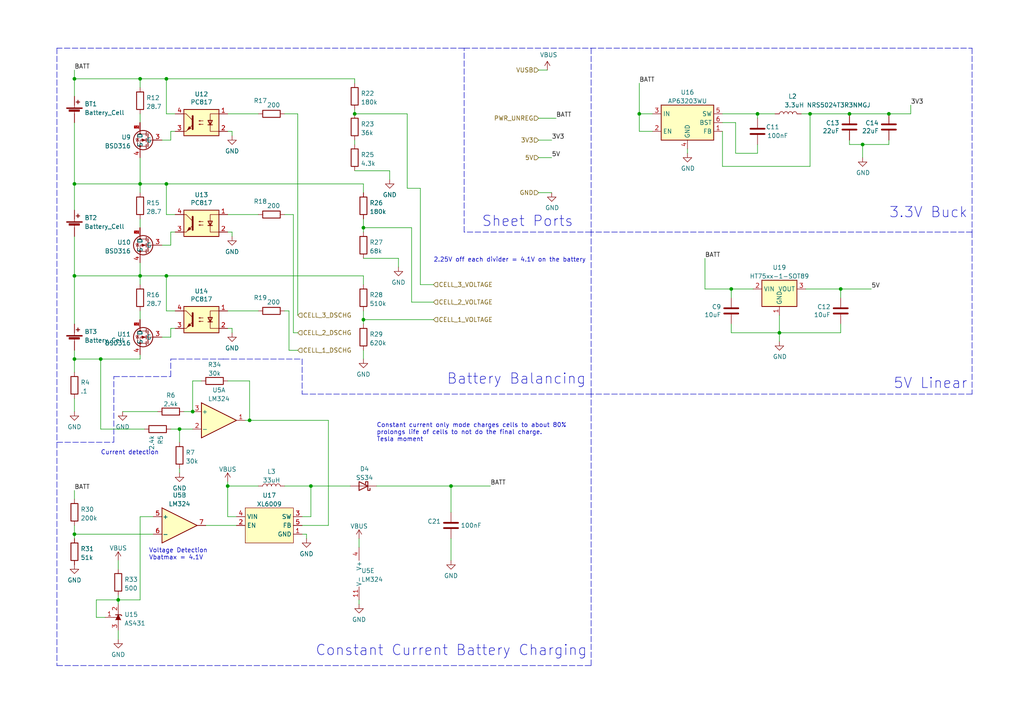
<source format=kicad_sch>
(kicad_sch (version 20211123) (generator eeschema)
  (paper "A4")
  (title_block (title "Power Managment") (date "2022-03-18") (comment 1 "Engineer/Draftsman: Joesphan Lu"))
  (lib_symbols
    (symbol "1KicadLib:AS431"
      (property "Reference" "U" (at -5.08 -3.81 0))
      (property "Value" "AS431" (at -7.62 6.35 0))
      (symbol "AS431_0_1"
        (polyline (pts (xy -0.762 -0.762) (xy 0 0.762) (xy 0.762 -0.762)) (fill (type outline)))
        (polyline (pts (xy 0 -1.27) (xy 0 0) (xy 0 1.27)))
        (polyline (pts (xy 1.016 0.508) (xy 0.762 0.762) (xy -0.762 0.762) (xy -0.762 0.762)) (stroke (width 0.254)))
      )
      (symbol "AS431_1_1"
        (polyline (pts (xy -1.27 0) (xy 0 0)))
        (pin passive line (at -3.81 0 0) (length 2.54) (name "") (number "1"))
        (pin passive line (at 0 3.81 270) (length 2.54) (name "") (number "2"))
        (pin passive line (at 0 -3.81 90) (length 2.54) (name "") (number "3"))
      )
    )
    (symbol "1KicadLib:BSD316"
      (property "Reference" "U" (at -5.08 -3.81 0))
      (property "Value" "BSD316" (at -7.62 6.35 0))
      (symbol "BSD316_0_1"
        (circle (center -0.889 0) (radius 2.794) (stroke (width 0.254)))
        (circle (center 0 -1.778) (radius 0.254) (fill (type outline)))
        (polyline (pts (xy -2.286 0) (xy -5.08 0)))
        (polyline (pts (xy -2.286 1.905) (xy -2.286 -1.905)) (stroke (width 0.254)))
        (polyline (pts (xy -1.778 -1.27) (xy -1.778 -2.286)) (stroke (width 0.254)))
        (polyline (pts (xy -1.778 0.508) (xy -1.778 -0.508)) (stroke (width 0.254)))
        (polyline (pts (xy -1.778 2.286) (xy -1.778 1.27)) (stroke (width 0.254)))
        (polyline (pts (xy 0 2.54) (xy 0 1.778)))
        (polyline (pts (xy 0 -2.54) (xy 0 0) (xy -1.778 0)))
        (polyline (pts (xy -1.778 -1.778) (xy 0.762 -1.778) (xy 0.762 1.778) (xy -1.778 1.778)))
        (polyline (pts (xy -1.524 0) (xy -0.508 0.381) (xy -0.508 -0.381) (xy -1.524 0)) (fill (type outline)))
        (polyline (pts (xy 0.254 0.508) (xy 0.381 0.381) (xy 1.143 0.381) (xy 1.27 0.254)))
        (polyline (pts (xy 0.762 0.381) (xy 0.381 -0.254) (xy 1.143 -0.254) (xy 0.762 0.381)))
        (circle (center 0 1.778) (radius 0.254) (fill (type outline)))
      )
      (symbol "BSD316_1_1"
        (pin passive line (at 0 5.08 270) (length 2.54) (name "D") (number "1"))
        (pin passive line (at 0 5.08 270) (length 2.54) (name "D") (number "2"))
        (pin input line (at -6.35 0 0) (length 2.54) (name "G") (number "3"))
        (pin passive line (at 0 -5.08 90) (length 2.54) (name "S") (number "4"))
        (pin passive line (at 0 5.08 270) (length 2.54) (name "D") (number "5"))
        (pin passive line (at 0 5.08 270) (length 2.54) (name "D") (number "6"))
      )
    )
    (symbol "1KicadLib:XL6009"
      (property "Reference" "U" (at -3.81 -2.54 0))
      (property "Value" "XL6009" (at 1.27 10.16 0))
      (symbol "XL6009_0_1"
        (rectangle (start -6.35 8.89) (end 7.62 -1.27) (stroke (width 0.1524)) (fill (type background)))
      )
      (symbol "XL6009_1_1"
        (pin input line (at 10.16 1.27 180) (length 2.54) (name "GND") (number "1"))
        (pin input line (at -8.89 3.81 0) (length 2.54) (name "EN") (number "2"))
        (pin input line (at 10.16 6.35 180) (length 2.54) (name "SW") (number "3"))
        (pin input line (at -8.89 6.35 0) (length 2.54) (name "VIN") (number "4"))
        (pin input line (at 10.16 3.81 180) (length 2.54) (name "FB") (number "5"))
      )
    )
    (symbol "Amplifier_Operational:LM324" (pin_names (offset 0.127))
      (property "Reference" "U" (at 0 5.08 0))
      (property "Value" "LM324" (at 0 -5.08 0))
      (symbol "LM324_1_1"
        (polyline (pts (xy -5.08 5.08) (xy 5.08 0) (xy -5.08 -5.08) (xy -5.08 5.08)) (stroke (width 0.254)) (fill (type background)))
        (pin output line (at 7.62 0 180) (length 2.54) (name "~") (number "1"))
        (pin input line (at -7.62 -2.54 0) (length 2.54) (name "-") (number "2"))
        (pin input line (at -7.62 2.54 0) (length 2.54) (name "+") (number "3"))
      )
      (symbol "LM324_2_1"
        (polyline (pts (xy -5.08 5.08) (xy 5.08 0) (xy -5.08 -5.08) (xy -5.08 5.08)) (stroke (width 0.254)) (fill (type background)))
        (pin input line (at -7.62 2.54 0) (length 2.54) (name "+") (number "5"))
        (pin input line (at -7.62 -2.54 0) (length 2.54) (name "-") (number "6"))
        (pin output line (at 7.62 0 180) (length 2.54) (name "~") (number "7"))
      )
      (symbol "LM324_3_1"
        (polyline (pts (xy -5.08 5.08) (xy 5.08 0) (xy -5.08 -5.08) (xy -5.08 5.08)) (stroke (width 0.254)) (fill (type background)))
        (pin input line (at -7.62 2.54 0) (length 2.54) (name "+") (number "10"))
        (pin output line (at 7.62 0 180) (length 2.54) (name "~") (number "8"))
        (pin input line (at -7.62 -2.54 0) (length 2.54) (name "-") (number "9"))
      )
      (symbol "LM324_4_1"
        (polyline (pts (xy -5.08 5.08) (xy 5.08 0) (xy -5.08 -5.08) (xy -5.08 5.08)) (stroke (width 0.254)) (fill (type background)))
        (pin input line (at -7.62 2.54 0) (length 2.54) (name "+") (number "12"))
        (pin input line (at -7.62 -2.54 0) (length 2.54) (name "-") (number "13"))
        (pin output line (at 7.62 0 180) (length 2.54) (name "~") (number "14"))
      )
      (symbol "LM324_5_1"
        (pin power_in line (at -2.54 -7.62 90) (length 3.81) (name "V-") (number "11"))
        (pin power_in line (at -2.54 7.62 270) (length 3.81) (name "V+") (number "4"))
      )
    )
    (symbol "Device:Battery_Cell" (pin_numbers hide) (pin_names (offset 0) hide)
      (property "Reference" "BT" (at 2.54 2.54 0))
      (property "Value" "Battery_Cell" (at 2.54 0 0))
      (symbol "Battery_Cell_0_1"
        (rectangle (start -2.286 1.778) (end 2.286 1.524) (fill (type outline)))
        (rectangle (start -1.5748 1.1938) (end 1.4732 0.6858) (fill (type outline)))
        (polyline (pts (xy 0 0.762) (xy 0 0)))
        (polyline (pts (xy 0 1.778) (xy 0 2.54)))
        (polyline (pts (xy 0.508 3.429) (xy 1.524 3.429)) (stroke (width 0.254)))
        (polyline (pts (xy 1.016 3.937) (xy 1.016 2.921)) (stroke (width 0.254)))
      )
      (symbol "Battery_Cell_1_1"
        (pin passive line (at 0 5.08 270) (length 2.54) (name "+") (number "1"))
        (pin passive line (at 0 -2.54 90) (length 2.54) (name "-") (number "2"))
      )
    )
    (symbol "Device:C" (pin_numbers hide) (pin_names (offset 0.254))
      (property "Reference" "C" (at 0.635 2.54 0))
      (property "Value" "C" (at 0.635 -2.54 0))
      (symbol "C_0_1"
        (polyline (pts (xy -2.032 -0.762) (xy 2.032 -0.762)) (stroke (width 0.508)))
        (polyline (pts (xy -2.032 0.762) (xy 2.032 0.762)) (stroke (width 0.508)))
      )
      (symbol "C_1_1"
        (pin passive line (at 0 3.81 270) (length 2.794) (name "~") (number "1"))
        (pin passive line (at 0 -3.81 90) (length 2.794) (name "~") (number "2"))
      )
    )
    (symbol "Device:D_Schottky" (pin_numbers hide) (pin_names (offset 1.016) hide)
      (property "Reference" "D" (at 0 2.54 0))
      (property "Value" "D_Schottky" (at 0 -2.54 0))
      (symbol "D_Schottky_0_1"
        (polyline (pts (xy 1.27 0) (xy -1.27 0)))
        (polyline (pts (xy 1.27 1.27) (xy 1.27 -1.27) (xy -1.27 0) (xy 1.27 1.27)) (stroke (width 0.254)))
        (polyline (pts (xy -1.905 0.635) (xy -1.905 1.27) (xy -1.27 1.27) (xy -1.27 -1.27) (xy -0.635 -1.27) (xy -0.635 -0.635)) (stroke (width 0.254)))
      )
      (symbol "D_Schottky_1_1"
        (pin passive line (at -3.81 0 0) (length 2.54) (name "K") (number "1"))
        (pin passive line (at 3.81 0 180) (length 2.54) (name "A") (number "2"))
      )
    )
    (symbol "Device:L" (pin_numbers hide) (pin_names (offset 1.016) hide)
      (property "Reference" "L" (at -1.27 0 90))
      (property "Value" "L" (at 1.905 0 90))
      (symbol "L_0_1"
        (arc (start 0 -2.54) (mid 0.635 -1.905) (end 0 -1.27))
        (arc (start 0 -1.27) (mid 0.635 -0.635) (end 0 0))
        (arc (start 0 0) (mid 0.635 0.635) (end 0 1.27))
        (arc (start 0 1.27) (mid 0.635 1.905) (end 0 2.54))
      )
      (symbol "L_1_1"
        (pin passive line (at 0 3.81 270) (length 1.27) (name "1") (number "1"))
        (pin passive line (at 0 -3.81 90) (length 1.27) (name "2") (number "2"))
      )
    )
    (symbol "Device:R" (pin_numbers hide) (pin_names (offset 0))
      (property "Reference" "R" (at 2.032 0 90))
      (property "Value" "R" (at 0 0 90))
      (symbol "R_0_1"
        (rectangle (start -1.016 -2.54) (end 1.016 2.54) (stroke (width 0.254)))
      )
      (symbol "R_1_1"
        (pin passive line (at 0 3.81 270) (length 1.27) (name "~") (number "1"))
        (pin passive line (at 0 -3.81 90) (length 1.27) (name "~") (number "2"))
      )
    )
    (symbol "Isolator:PC817" (pin_names (offset 1.016))
      (property "Reference" "U" (at -5.08 5.08 0))
      (property "Value" "PC817" (at 0 5.08 0))
      (symbol "PC817_0_1"
        (rectangle (start -5.08 3.81) (end 5.08 -3.81) (stroke (width 0.254)) (fill (type background)))
        (polyline (pts (xy -3.175 -0.635) (xy -1.905 -0.635)) (stroke (width 0.254)))
        (polyline (pts (xy 2.54 0.635) (xy 4.445 2.54)))
        (polyline (pts (xy 4.445 -2.54) (xy 2.54 -0.635)) (fill (type outline)))
        (polyline (pts (xy 4.445 -2.54) (xy 5.08 -2.54)))
        (polyline (pts (xy 4.445 2.54) (xy 5.08 2.54)))
        (polyline (pts (xy -5.08 2.54) (xy -2.54 2.54) (xy -2.54 -0.635)))
        (polyline (pts (xy -2.54 -0.635) (xy -2.54 -2.54) (xy -5.08 -2.54)))
        (polyline (pts (xy 2.54 1.905) (xy 2.54 -1.905) (xy 2.54 -1.905)) (stroke (width 0.508)))
        (polyline (pts (xy -2.54 -0.635) (xy -3.175 0.635) (xy -1.905 0.635) (xy -2.54 -0.635)) (stroke (width 0.254)))
        (polyline (pts (xy -0.508 -0.508) (xy 0.762 -0.508) (xy 0.381 -0.635) (xy 0.381 -0.381) (xy 0.762 -0.508)))
        (polyline (pts (xy -0.508 0.508) (xy 0.762 0.508) (xy 0.381 0.381) (xy 0.381 0.635) (xy 0.762 0.508)))
        (polyline (pts (xy 3.048 -1.651) (xy 3.556 -1.143) (xy 4.064 -2.159) (xy 3.048 -1.651) (xy 3.048 -1.651)) (fill (type outline)))
      )
      (symbol "PC817_1_1"
        (pin passive line (at -7.62 2.54 0) (length 2.54) (name "~") (number "1"))
        (pin passive line (at -7.62 -2.54 0) (length 2.54) (name "~") (number "2"))
        (pin passive line (at 7.62 -2.54 180) (length 2.54) (name "~") (number "3"))
        (pin passive line (at 7.62 2.54 180) (length 2.54) (name "~") (number "4"))
      )
    )
    (symbol "Regulator_Linear:HT75xx-1-SOT89"
      (property "Reference" "U" (at -5.08 -3.81 0))
      (property "Value" "HT75xx-1-SOT89" (at 0 6.35 0))
      (symbol "HT75xx-1-SOT89_0_1"
        (rectangle (start -5.08 5.08) (end 5.08 -2.54) (stroke (width 0.254)) (fill (type background)))
      )
      (symbol "HT75xx-1-SOT89_1_1"
        (pin power_in line (at 0 -5.08 90) (length 2.54) (name "GND") (number "1"))
        (pin power_in line (at -7.62 2.54 0) (length 2.54) (name "VIN") (number "2"))
        (pin power_out line (at 7.62 2.54 180) (length 2.54) (name "VOUT") (number "3"))
      )
    )
    (symbol "Regulator_Switching:AP63203WU"
      (property "Reference" "U" (at -7.62 6.35 0))
      (property "Value" "AP63203WU" (at 2.54 6.35 0))
      (symbol "AP63203WU_0_1"
        (rectangle (start -7.62 5.08) (end 7.62 -5.08) (stroke (width 0.254)) (fill (type background)))
      )
      (symbol "AP63203WU_1_1"
        (pin input line (at 10.16 -2.54 180) (length 2.54) (name "FB") (number "1"))
        (pin input line (at -10.16 -2.54 0) (length 2.54) (name "EN") (number "2"))
        (pin power_in line (at -10.16 2.54 0) (length 2.54) (name "IN") (number "3"))
        (pin power_in line (at 0 -7.62 90) (length 2.54) (name "GND") (number "4"))
        (pin output line (at 10.16 2.54 180) (length 2.54) (name "SW") (number "5"))
        (pin passive line (at 10.16 0 180) (length 2.54) (name "BST") (number "6"))
      )
    )
    (symbol "power:GND" (power) (pin_names (offset 0))
      (property "Value" "GND" (at 0 -3.81 0))
      (symbol "GND_0_1"
        (polyline (pts (xy 0 0) (xy 0 -1.27) (xy 1.27 -1.27) (xy 0 -2.54) (xy -1.27 -1.27) (xy 0 -1.27)))
      )
      (symbol "GND_1_1"
        (pin power_in line (at 0 0 270) (length 0) hide (name "GND") (number "1"))
      )
    )
    (symbol "power:VBUS" (power) (pin_names (offset 0))
      (property "Value" "VBUS" (at 0 3.81 0))
      (symbol "VBUS_0_1"
        (polyline (pts (xy -0.762 1.27) (xy 0 2.54)))
        (polyline (pts (xy 0 0) (xy 0 2.54)))
        (polyline (pts (xy 0 2.54) (xy 0.762 1.27)))
      )
      (symbol "VBUS_1_1"
        (pin power_in line (at 0 0 90) (length 0) hide (name "VBUS") (number "1"))
      )
    )
  )
  (junction (at 48.26 80.01))
  (junction (at 105.41 92.71))
  (junction (at 21.59 104.14))
  (junction (at 21.59 22.86))
  (junction (at 40.64 80.01))
  (junction (at 55.88 119.38))
  (junction (at 243.84 83.82))
  (junction (at 29.21 104.14))
  (junction (at 40.64 22.86))
  (junction (at 105.41 66.04))
  (junction (at 21.59 53.34))
  (junction (at 40.64 53.34))
  (junction (at 219.71 33.02))
  (junction (at 234.95 33.02))
  (junction (at 48.26 53.34))
  (junction (at 48.26 22.86))
  (junction (at 34.29 173.99))
  (junction (at 66.04 140.97))
  (junction (at 246.38 33.02))
  (junction (at 72.39 121.92))
  (junction (at 90.17 140.97))
  (junction (at 212.09 83.82))
  (junction (at 21.59 80.01))
  (junction (at 185.42 33.02))
  (junction (at 130.81 140.97))
  (junction (at 226.06 96.52))
  (junction (at 21.59 154.94))
  (junction (at 257.81 33.02))
  (junction (at 52.07 124.46))
  (junction (at 102.87 33.02))
  (junction (at 250.19 41.91))
  (wire (pts (xy 243.84 83.82) (xy 233.68 83.82)))
  (wire (pts (xy 40.64 104.14) (xy 40.64 102.87)))
  (wire (pts (xy 40.64 22.86) (xy 21.59 22.86)))
  (wire (pts (xy 88.9 154.94) (xy 87.63 154.94)))
  (wire (pts (xy 34.29 182.88) (xy 34.29 185.42)))
  (wire (pts (xy 209.55 48.26) (xy 234.95 48.26)))
  (wire (pts (xy 105.41 80.01) (xy 105.41 82.55)))
  (polyline (pts (xy 281.94 13.97) (xy 281.94 67.31)))
  (wire (pts (xy 105.41 92.71) (xy 105.41 93.98)))
  (wire (pts (xy 264.16 33.02) (xy 257.81 33.02)))
  (wire (pts (xy 40.64 149.86) (xy 40.64 173.99)))
  (wire (pts (xy 21.59 115.57) (xy 21.59 119.38)))
  (wire (pts (xy 83.82 90.17) (xy 82.55 90.17)))
  (wire (pts (xy 204.47 74.93) (xy 204.47 83.82)))
  (wire (pts (xy 160.02 55.88) (xy 156.21 55.88)))
  (wire (pts (xy 21.59 104.14) (xy 21.59 107.95)))
  (wire (pts (xy 40.64 80.01) (xy 21.59 80.01)))
  (wire (pts (xy 199.39 43.18) (xy 199.39 44.45)))
  (wire (pts (xy 40.64 53.34) (xy 21.59 53.34)))
  (wire (pts (xy 58.42 110.49) (xy 55.88 110.49)))
  (wire (pts (xy 212.09 96.52) (xy 226.06 96.52)))
  (wire (pts (xy 105.41 63.5) (xy 105.41 66.04)))
  (wire (pts (xy 48.26 80.01) (xy 105.41 80.01)))
  (wire (pts (xy 35.56 119.38) (xy 45.72 119.38)))
  (wire (pts (xy 40.64 76.2) (xy 40.64 80.01)))
  (polyline (pts (xy 16.51 128.27) (xy 16.51 193.04)))
  (wire (pts (xy 21.59 53.34) (xy 21.59 60.96)))
  (polyline (pts (xy 64.77 104.14) (xy 64.77 104.14)))
  (wire (pts (xy 234.95 33.02) (xy 234.95 48.26)))
  (wire (pts (xy 21.59 22.86) (xy 21.59 27.94)))
  (wire (pts (xy 130.81 140.97) (xy 142.24 140.97)))
  (wire (pts (xy 21.59 80.01) (xy 21.59 93.98)))
  (wire (pts (xy 105.41 92.71) (xy 125.73 92.71)))
  (wire (pts (xy 121.92 54.61) (xy 118.11 54.61)))
  (wire (pts (xy 213.36 44.45) (xy 213.36 35.56)))
  (polyline (pts (xy 134.62 13.97) (xy 16.51 13.97)))
  (wire (pts (xy 88.9 156.21) (xy 88.9 154.94)))
  (wire (pts (xy 40.64 45.72) (xy 40.64 53.34)))
  (wire (pts (xy 104.14 175.26) (xy 104.14 173.99)))
  (wire (pts (xy 257.81 40.64) (xy 257.81 41.91)))
  (wire (pts (xy 48.26 90.17) (xy 50.8 90.17)))
  (wire (pts (xy 125.73 82.55) (xy 121.92 82.55)))
  (wire (pts (xy 185.42 33.02) (xy 189.23 33.02)))
  (wire (pts (xy 226.06 96.52) (xy 226.06 99.06)))
  (wire (pts (xy 67.31 96.52) (xy 67.31 95.25)))
  (wire (pts (xy 226.06 96.52) (xy 226.06 91.44)))
  (polyline (pts (xy 171.45 67.31) (xy 134.62 67.31)))
  (wire (pts (xy 257.81 41.91) (xy 250.19 41.91)))
  (wire (pts (xy 95.25 121.92) (xy 72.39 121.92)))
  (wire (pts (xy 40.64 25.4) (xy 40.64 22.86)))
  (wire (pts (xy 52.07 124.46) (xy 49.53 124.46)))
  (wire (pts (xy 40.64 80.01) (xy 48.26 80.01)))
  (wire (pts (xy 246.38 41.91) (xy 250.19 41.91)))
  (wire (pts (xy 40.64 82.55) (xy 40.64 80.01)))
  (wire (pts (xy 66.04 90.17) (xy 74.93 90.17)))
  (wire (pts (xy 50.8 67.31) (xy 49.53 67.31)))
  (wire (pts (xy 234.95 33.02) (xy 232.41 33.02)))
  (wire (pts (xy 102.87 33.02) (xy 118.11 33.02)))
  (polyline (pts (xy 87.63 114.3) (xy 171.45 114.3)))
  (wire (pts (xy 55.88 124.46) (xy 52.07 124.46)))
  (wire (pts (xy 67.31 39.37) (xy 67.31 38.1)))
  (wire (pts (xy 90.17 149.86) (xy 87.63 149.86)))
  (wire (pts (xy 102.87 31.75) (xy 102.87 33.02)))
  (polyline (pts (xy 16.51 128.27) (xy 33.02 128.27)))
  (wire (pts (xy 52.07 135.89) (xy 52.07 137.16)))
  (wire (pts (xy 158.75 20.32) (xy 156.21 20.32)))
  (wire (pts (xy 48.26 33.02) (xy 50.8 33.02)))
  (polyline (pts (xy 171.45 193.04) (xy 171.45 114.3)))
  (wire (pts (xy 46.99 71.12) (xy 49.53 71.12)))
  (wire (pts (xy 86.36 101.6) (xy 83.82 101.6)))
  (wire (pts (xy 67.31 67.31) (xy 66.04 67.31)))
  (wire (pts (xy 243.84 86.36) (xy 243.84 83.82)))
  (wire (pts (xy 53.34 119.38) (xy 55.88 119.38)))
  (wire (pts (xy 40.64 173.99) (xy 34.29 173.99)))
  (wire (pts (xy 212.09 86.36) (xy 212.09 83.82)))
  (wire (pts (xy 67.31 38.1) (xy 66.04 38.1)))
  (wire (pts (xy 29.21 104.14) (xy 40.64 104.14)))
  (wire (pts (xy 49.53 97.79) (xy 46.99 97.79)))
  (wire (pts (xy 40.64 22.86) (xy 48.26 22.86)))
  (wire (pts (xy 46.99 40.64) (xy 49.53 40.64)))
  (polyline (pts (xy 64.77 104.14) (xy 87.63 104.14)))
  (wire (pts (xy 40.64 33.02) (xy 40.64 35.56)))
  (wire (pts (xy 29.21 104.14) (xy 29.21 124.46)))
  (wire (pts (xy 85.09 96.52) (xy 86.36 96.52)))
  (wire (pts (xy 66.04 62.23) (xy 74.93 62.23)))
  (wire (pts (xy 156.21 45.72) (xy 160.02 45.72)))
  (polyline (pts (xy 16.51 13.97) (xy 16.51 128.27)))
  (wire (pts (xy 82.55 33.02) (xy 86.36 33.02)))
  (wire (pts (xy 49.53 38.1) (xy 49.53 40.64)))
  (wire (pts (xy 130.81 148.59) (xy 130.81 140.97)))
  (wire (pts (xy 48.26 22.86) (xy 102.87 22.86)))
  (wire (pts (xy 34.29 172.72) (xy 34.29 173.99)))
  (wire (pts (xy 185.42 24.13) (xy 185.42 33.02)))
  (wire (pts (xy 66.04 140.97) (xy 66.04 149.86)))
  (wire (pts (xy 66.04 149.86) (xy 68.58 149.86)))
  (wire (pts (xy 48.26 22.86) (xy 48.26 33.02)))
  (wire (pts (xy 66.04 110.49) (xy 72.39 110.49)))
  (wire (pts (xy 109.22 140.97) (xy 130.81 140.97)))
  (wire (pts (xy 72.39 121.92) (xy 71.12 121.92)))
  (wire (pts (xy 95.25 152.4) (xy 95.25 121.92)))
  (wire (pts (xy 90.17 140.97) (xy 101.6 140.97)))
  (polyline (pts (xy 281.94 67.31) (xy 281.94 114.3)))
  (wire (pts (xy 21.59 154.94) (xy 21.59 156.21)))
  (wire (pts (xy 34.29 173.99) (xy 34.29 175.26)))
  (wire (pts (xy 219.71 41.91) (xy 219.71 44.45)))
  (wire (pts (xy 246.38 40.64) (xy 246.38 41.91)))
  (wire (pts (xy 40.64 149.86) (xy 44.45 149.86)))
  (wire (pts (xy 113.03 49.53) (xy 113.03 52.07)))
  (polyline (pts (xy 49.53 104.14) (xy 64.77 104.14)))
  (wire (pts (xy 21.59 142.24) (xy 21.59 144.78)))
  (wire (pts (xy 105.41 90.17) (xy 105.41 92.71)))
  (wire (pts (xy 212.09 93.98) (xy 212.09 96.52)))
  (wire (pts (xy 90.17 140.97) (xy 82.55 140.97)))
  (wire (pts (xy 219.71 33.02) (xy 219.71 34.29)))
  (wire (pts (xy 34.29 162.56) (xy 34.29 165.1)))
  (wire (pts (xy 209.55 33.02) (xy 219.71 33.02)))
  (wire (pts (xy 66.04 140.97) (xy 74.93 140.97)))
  (wire (pts (xy 130.81 156.21) (xy 130.81 162.56)))
  (wire (pts (xy 102.87 40.64) (xy 102.87 41.91)))
  (polyline (pts (xy 171.45 13.97) (xy 171.45 67.31)))
  (wire (pts (xy 40.64 63.5) (xy 40.64 66.04)))
  (wire (pts (xy 115.57 74.93) (xy 115.57 77.47)))
  (wire (pts (xy 105.41 53.34) (xy 105.41 55.88)))
  (wire (pts (xy 41.91 124.46) (xy 29.21 124.46)))
  (wire (pts (xy 118.11 54.61) (xy 118.11 33.02)))
  (wire (pts (xy 90.17 149.86) (xy 90.17 140.97)))
  (wire (pts (xy 160.02 40.64) (xy 156.21 40.64)))
  (polyline (pts (xy 16.51 193.04) (xy 171.45 193.04)))
  (wire (pts (xy 48.26 80.01) (xy 48.26 90.17)))
  (wire (pts (xy 40.64 55.88) (xy 40.64 53.34)))
  (wire (pts (xy 104.14 156.21) (xy 104.14 158.75)))
  (wire (pts (xy 21.59 152.4) (xy 21.59 154.94)))
  (wire (pts (xy 27.94 179.07) (xy 27.94 173.99)))
  (wire (pts (xy 119.38 66.04) (xy 119.38 87.63)))
  (wire (pts (xy 48.26 62.23) (xy 50.8 62.23)))
  (wire (pts (xy 219.71 33.02) (xy 224.79 33.02)))
  (wire (pts (xy 102.87 24.13) (xy 102.87 22.86)))
  (polyline (pts (xy 87.63 104.14) (xy 87.63 114.3)))
  (polyline (pts (xy 33.02 109.22) (xy 49.53 109.22)))
  (wire (pts (xy 21.59 154.94) (xy 44.45 154.94)))
  (wire (pts (xy 50.8 95.25) (xy 49.53 95.25)))
  (wire (pts (xy 49.53 95.25) (xy 49.53 97.79)))
  (wire (pts (xy 49.53 67.31) (xy 49.53 71.12)))
  (wire (pts (xy 40.64 90.17) (xy 40.64 92.71)))
  (wire (pts (xy 55.88 110.49) (xy 55.88 119.38)))
  (wire (pts (xy 66.04 33.02) (xy 74.93 33.02)))
  (polyline (pts (xy 49.53 109.22) (xy 49.53 104.14)))
  (wire (pts (xy 59.69 152.4) (xy 68.58 152.4)))
  (wire (pts (xy 21.59 104.14) (xy 29.21 104.14)))
  (wire (pts (xy 72.39 110.49) (xy 72.39 121.92)))
  (wire (pts (xy 156.21 34.29) (xy 161.29 34.29)))
  (wire (pts (xy 243.84 96.52) (xy 226.06 96.52)))
  (wire (pts (xy 48.26 53.34) (xy 48.26 62.23)))
  (wire (pts (xy 243.84 83.82) (xy 252.73 83.82)))
  (wire (pts (xy 113.03 49.53) (xy 102.87 49.53)))
  (polyline (pts (xy 33.02 128.27) (xy 33.02 109.22)))
  (wire (pts (xy 264.16 30.48) (xy 264.16 33.02)))
  (wire (pts (xy 21.59 101.6) (xy 21.59 104.14)))
  (wire (pts (xy 27.94 173.99) (xy 34.29 173.99)))
  (wire (pts (xy 21.59 20.32) (xy 21.59 22.86)))
  (wire (pts (xy 246.38 33.02) (xy 257.81 33.02)))
  (wire (pts (xy 83.82 101.6) (xy 83.82 90.17)))
  (wire (pts (xy 86.36 33.02) (xy 86.36 91.44)))
  (wire (pts (xy 219.71 44.45) (xy 213.36 44.45)))
  (wire (pts (xy 67.31 68.58) (xy 67.31 67.31)))
  (wire (pts (xy 243.84 93.98) (xy 243.84 96.52)))
  (wire (pts (xy 204.47 83.82) (xy 212.09 83.82)))
  (wire (pts (xy 212.09 83.82) (xy 218.44 83.82)))
  (wire (pts (xy 85.09 62.23) (xy 85.09 96.52)))
  (wire (pts (xy 48.26 53.34) (xy 105.41 53.34)))
  (polyline (pts (xy 281.94 67.31) (xy 171.45 67.31)))
  (wire (pts (xy 105.41 101.6) (xy 105.41 104.14)))
  (wire (pts (xy 82.55 62.23) (xy 85.09 62.23)))
  (wire (pts (xy 209.55 38.1) (xy 209.55 48.26)))
  (polyline (pts (xy 134.62 67.31) (xy 134.62 13.97)))
  (wire (pts (xy 115.57 74.93) (xy 105.41 74.93)))
  (wire (pts (xy 250.19 45.72) (xy 250.19 41.91)))
  (wire (pts (xy 234.95 33.02) (xy 246.38 33.02)))
  (wire (pts (xy 185.42 33.02) (xy 185.42 38.1)))
  (wire (pts (xy 52.07 124.46) (xy 52.07 128.27)))
  (wire (pts (xy 105.41 66.04) (xy 105.41 67.31)))
  (polyline (pts (xy 171.45 114.3) (xy 171.45 67.31)))
  (wire (pts (xy 189.23 38.1) (xy 185.42 38.1)))
  (wire (pts (xy 119.38 87.63) (xy 125.73 87.63)))
  (wire (pts (xy 66.04 139.7) (xy 66.04 140.97)))
  (wire (pts (xy 21.59 35.56) (xy 21.59 53.34)))
  (wire (pts (xy 67.31 95.25) (xy 66.04 95.25)))
  (polyline (pts (xy 281.94 114.3) (xy 171.45 114.3)))
  (wire (pts (xy 50.8 38.1) (xy 49.53 38.1)))
  (wire (pts (xy 30.48 179.07) (xy 27.94 179.07)))
  (wire (pts (xy 105.41 66.04) (xy 119.38 66.04)))
  (wire (pts (xy 87.63 152.4) (xy 95.25 152.4)))
  (wire (pts (xy 213.36 35.56) (xy 209.55 35.56)))
  (polyline (pts (xy 134.62 13.97) (xy 281.94 13.97)))
  (wire (pts (xy 121.92 82.55) (xy 121.92 54.61)))
  (wire (pts (xy 40.64 53.34) (xy 48.26 53.34)))
  (wire (pts (xy 21.59 68.58) (xy 21.59 80.01)))
  (text "2.25V off each divider = 4.1V on the battery" (at 125.73 76.2 0) (effects (font (size 1.27 1.27)) (justify left bottom)))
  (text "Constant current only mode charges cells to about 80%\nprolongs life of cells to not do the final charge.\nTesla moment" (at 109.22 128.27 0) (effects (font (size 1.27 1.27)) (justify left bottom)))
  (text "Sheet Ports\n" (at 139.7 66.04 0) (effects (font (size 3 3)) (justify left bottom)))
  (text "Battery Balancing" (at 129.54 111.76 0) (effects (font (size 3 3)) (justify left bottom)))
  (text "3.3V Buck" (at 257.81 63.5 0) (effects (font (size 3 3)) (justify left bottom)))
  (text "Current detection" (at 29.21 132.08 0) (effects (font (size 1.27 1.27)) (justify left bottom)))
  (text "5V Linear" (at 259.08 113.03 0) (effects (font (size 3 3)) (justify left bottom)))
  (text "Voltage Detection\nVbatmax = 4.1V" (at 43.18 162.56 0) (effects (font (size 1.27 1.27)) (justify left bottom)))
  (text "Constant Current Battery Charging" (at 91.44 190.5 0) (effects (font (size 3 3)) (justify left bottom)))
  (label "BATT" (at 21.59 20.32 0))
  (label "BATT" (at 21.59 142.24 0))
  (label "BATT" (at 142.24 140.97 0))
  (label "BATT" (at 185.42 24.13 0))
  (label "5V" (at 160.02 45.72 0))
  (label "3V3" (at 264.16 30.48 0))
  (label "BATT" (at 204.47 74.93 0))
  (label "5V" (at 252.73 83.82 0))
  (label "BATT" (at 161.29 34.29 0))
  (label "3V3" (at 160.02 40.64 0))
  (hierarchical_label "5V" (shape input) (at 156.21 45.72 180))
  (hierarchical_label "GND" (shape input) (at 156.21 55.88 180))
  (hierarchical_label "CELL_2_VOLTAGE" (shape input) (at 125.73 87.63 0))
  (hierarchical_label "CELL_3_VOLTAGE" (shape input) (at 125.73 82.55 0))
  (hierarchical_label "VUSB" (shape input) (at 156.21 20.32 180))
  (hierarchical_label "PWR_UNREG" (shape input) (at 156.21 34.29 180))
  (hierarchical_label "CELL_2_DSCHG" (shape input) (at 86.36 96.52 0))
  (hierarchical_label "CELL_1_VOLTAGE" (shape input) (at 125.73 92.71 0))
  (hierarchical_label "CELL_3_DSCHG" (shape input) (at 86.36 91.44 0))
  (hierarchical_label "CELL_1_DSCHG" (shape input) (at 86.36 101.6 0))
  (hierarchical_label "3V3" (shape input) (at 156.21 40.64 180))
  (symbol (lib_id "power:GND") (at 67.31 39.37 0) (unit 1)
    (property "Reference" "#PWR0158" (effects hide))
    (property "Value" "GND" (at 67.31 43.8134 0))
  )
  (symbol (lib_id "Device:C") (at 243.84 90.17 0) (mirror y) (unit 1)
    (property "Reference" "C12" (at 240.919 89.0016 0) (effects (justify left)))
    (property "Value" "10uF" (at 240.919 91.313 0) (effects (justify left)))
    (property "Footprint" "Capacitor_SMD:C_0805_2012Metric_Pad1.18x1.45mm_HandSolder" (effects hide))
  )
  (symbol (lib_id "Device:R") (at 105.41 71.12 0) (unit 1)
    (property "Reference" "R27" (at 107.188 70.2853 0) (effects (justify left)))
    (property "Value" "68k" (at 107.188 72.8222 0) (effects (justify left)))
    (property "Footprint" "Resistor_SMD:R_0805_2012Metric_Pad1.20x1.40mm_HandSolder" (effects hide))
  )
  (symbol (lib_id "Device:C") (at 257.81 36.83 0) (mirror y) (unit 1)
    (property "Reference" "C14" (at 254.889 35.6616 0) (effects (justify left)))
    (property "Value" "22uF" (at 254.889 37.973 0) (effects (justify left)))
    (property "Footprint" "Capacitor_SMD:C_0805_2012Metric_Pad1.18x1.45mm_HandSolder" (effects hide))
  )
  (symbol (lib_id "Device:C") (at 219.71 38.1 0) (mirror y) (unit 1)
    (property "Reference" "C11" (at 226.06 36.83 0) (effects (justify left)))
    (property "Value" "100nF" (at 228.6 39.37 0) (effects (justify left)))
    (property "Footprint" "Capacitor_SMD:C_0805_2012Metric_Pad1.18x1.45mm_HandSolder" (effects hide))
  )
  (symbol (lib_id "Device:R") (at 102.87 27.94 0) (unit 1)
    (property "Reference" "R22" (at 104.648 27.1053 0) (effects (justify left)))
    (property "Value" "180k" (at 104.648 29.6422 0) (effects (justify left)))
    (property "Footprint" "Resistor_SMD:R_0805_2012Metric_Pad1.20x1.40mm_HandSolder" (effects hide))
  )
  (symbol (lib_id "Device:C") (at 130.81 152.4 0) (mirror y) (unit 1)
    (property "Reference" "C21" (at 127.889 151.2316 0) (effects (justify left)))
    (property "Value" "100nF" (at 139.7 152.4 0) (effects (justify left)))
    (property "Footprint" "Capacitor_SMD:C_0805_2012Metric_Pad1.18x1.45mm_HandSolder" (effects hide))
  )
  (symbol (lib_id "Regulator_Linear:HT75xx-1-SOT89") (at 226.06 86.36 0) (unit 1)
    (property "Reference" "U19" (at 226.06 77.5802 0))
    (property "Value" "HT75xx-1-SOT89" (at 226.06 80.1171 0))
    (property "Footprint" "Package_TO_SOT_SMD:SOT-89-3" (effects hide))
    (property "Datasheet" "https://www.holtek.com/documents/10179/116711/HT75xx-1v250.pdf" (effects hide))
  )
  (symbol (lib_id "1KicadLib:XL6009") (at 77.47 156.21 0) (unit 1)
    (property "Reference" "U17" (at 78.105 143.671 0))
    (property "Value" "XL6009" (at 78.105 146.2079 0))
    (property "Footprint" "Package_TO_SOT_SMD:TO-263-5_TabPin3" (effects hide))
  )
  (symbol (lib_id "1KicadLib:BSD316") (at 40.64 97.79 0) (mirror y) (unit 1)
    (property "Reference" "U11" (at 37.9731 96.9553 0) (effects (justify left)))
    (property "Value" "BSD316" (at 37.9731 99.4922 0) (effects (justify left)))
    (property "Footprint" "Package_TO_SOT_SMD:SOT-363_SC-70-6_Handsoldering" (effects hide))
  )
  (symbol (lib_id "Device:D_Schottky") (at 105.41 140.97 180) (unit 1)
    (property "Reference" "D4" (at 105.7275 136.0002 0))
    (property "Value" "SS34" (at 105.7275 138.5371 0))
    (property "Footprint" "Diode_SMD:D_SMA_Handsoldering" (effects hide))
  )
  (symbol (lib_id "power:GND") (at 21.59 163.83 0) (unit 1)
    (property "Reference" "#PWR0166" (effects hide))
    (property "Value" "GND" (at 21.59 168.2734 0))
  )
  (symbol (lib_id "Device:R") (at 102.87 45.72 0) (unit 1)
    (property "Reference" "R25" (at 104.648 44.8853 0) (effects (justify left)))
    (property "Value" "4.3k" (at 104.648 47.4222 0) (effects (justify left)))
    (property "Footprint" "Resistor_SMD:R_0805_2012Metric_Pad1.20x1.40mm_HandSolder" (effects hide))
  )
  (symbol (lib_id "Isolator:PC817") (at 58.42 64.77 0) (mirror y) (unit 1)
    (property "Reference" "U13" (at 58.42 56.515 0))
    (property "Value" "PC817" (at 58.42 58.8264 0))
    (property "Footprint" "Package_DIP:DIP-4_W8.89mm_SMDSocket_LongPads" (effects hide))
    (property "Datasheet" "http://www.soselectronic.cz/a_info/resource/d/pc817.pdf" (effects hide))
  )
  (symbol (lib_id "power:GND") (at 67.31 68.58 0) (unit 1)
    (property "Reference" "#PWR0155" (effects hide))
    (property "Value" "GND" (at 67.31 73.0234 0))
  )
  (symbol (lib_id "1KicadLib:BSD316") (at 40.64 40.64 0) (mirror y) (unit 1)
    (property "Reference" "U9" (at 37.9731 39.8053 0) (effects (justify left)))
    (property "Value" "BSD316" (at 37.9731 42.3422 0) (effects (justify left)))
    (property "Footprint" "Package_TO_SOT_SMD:SOT-363_SC-70-6_Handsoldering" (effects hide))
  )
  (symbol (lib_id "1KicadLib:AS431") (at 34.29 179.07 0) (unit 1)
    (property "Reference" "U15" (at 36.068 178.2353 0) (effects (justify left)))
    (property "Value" "AS431" (at 36.068 180.7722 0) (effects (justify left)))
    (property "Footprint" "Package_TO_SOT_SMD:SOT-23-5_HandSoldering" (effects hide))
  )
  (symbol (lib_id "Device:L") (at 78.74 140.97 90) (unit 1)
    (property "Reference" "L3" (at 78.74 136.7622 90))
    (property "Value" "33uH" (at 78.74 139.2991 90))
    (property "Footprint" "Inductor_SMD:L_10.4x10.4_H4.8" (effects hide))
  )
  (symbol (lib_id "Amplifier_Operational:LM324") (at 106.68 166.37 0) (unit 5)
    (property "Reference" "U5" (at 104.775 165.5353 0) (effects (justify left)))
    (property "Value" "LM324" (at 104.775 168.0722 0) (effects (justify left)))
    (property "Footprint" "Package_SO:SOIC-14_3.9x8.7mm_P1.27mm" (effects hide))
    (property "Datasheet" "http://www.ti.com/lit/ds/symlink/lm2902-n.pdf" (effects hide))
  )
  (symbol (lib_id "Device:R") (at 34.29 168.91 0) (unit 1)
    (property "Reference" "R33" (at 36.068 168.0753 0) (effects (justify left)))
    (property "Value" "500" (at 36.068 170.6122 0) (effects (justify left)))
    (property "Footprint" "Resistor_SMD:R_0805_2012Metric_Pad1.20x1.40mm_HandSolder" (effects hide))
  )
  (symbol (lib_id "Device:R") (at 105.41 59.69 0) (unit 1)
    (property "Reference" "R26" (at 107.188 58.8553 0) (effects (justify left)))
    (property "Value" "180k" (at 107.188 61.3922 0) (effects (justify left)))
    (property "Footprint" "Resistor_SMD:R_0805_2012Metric_Pad1.20x1.40mm_HandSolder" (effects hide))
  )
  (symbol (lib_id "power:VBUS") (at 66.04 139.7 0) (unit 1)
    (property "Reference" "#PWR0165" (effects hide))
    (property "Value" "VBUS" (at 66.04 136.1242 0))
  )
  (symbol (lib_id "power:GND") (at 67.31 96.52 0) (unit 1)
    (property "Reference" "#PWR0172" (effects hide))
    (property "Value" "GND" (at 67.31 100.9634 0))
  )
  (symbol (lib_id "Amplifier_Operational:LM324") (at 52.07 152.4 0) (unit 2)
    (property "Reference" "U5" (at 52.07 143.6202 0))
    (property "Value" "LM324" (at 52.07 146.1571 0))
    (property "Footprint" "Package_SO:SOIC-14_3.9x8.7mm_P1.27mm" (effects hide))
    (property "Datasheet" "http://www.ti.com/lit/ds/symlink/lm2902-n.pdf" (effects hide))
  )
  (symbol (lib_id "Device:R") (at 21.59 148.59 0) (unit 1)
    (property "Reference" "R30" (at 23.368 147.7553 0) (effects (justify left)))
    (property "Value" "200k" (at 23.368 150.2922 0) (effects (justify left)))
    (property "Footprint" "Resistor_SMD:R_0805_2012Metric_Pad1.20x1.40mm_HandSolder" (effects hide))
  )
  (symbol (lib_id "power:GND") (at 160.02 55.88 0) (unit 1)
    (property "Reference" "#PWR0164" (effects hide))
    (property "Value" "GND" (at 160.147 60.2742 0))
  )
  (symbol (lib_id "Device:R") (at 78.74 90.17 90) (unit 1)
    (property "Reference" "R19" (at 77.47 86.36 90) (effects (justify left)))
    (property "Value" "200" (at 81.28 87.63 90) (effects (justify left)))
    (property "Footprint" "Resistor_SMD:R_0805_2012Metric_Pad1.20x1.40mm_HandSolder" (effects hide))
  )
  (symbol (lib_id "Device:R") (at 78.74 62.23 90) (unit 1)
    (property "Reference" "R18" (at 77.47 58.42 90) (effects (justify left)))
    (property "Value" "200" (at 81.28 59.69 90) (effects (justify left)))
    (property "Footprint" "Resistor_SMD:R_0805_2012Metric_Pad1.20x1.40mm_HandSolder" (effects hide))
  )
  (symbol (lib_id "Device:R") (at 49.53 119.38 270) (unit 1)
    (property "Reference" "R6" (at 49.53 114.6642 90))
    (property "Value" "2.4k" (at 49.53 117.2011 90))
    (property "Footprint" "Resistor_SMD:R_0805_2012Metric_Pad1.20x1.40mm_HandSolder" (effects hide))
  )
  (symbol (lib_id "Regulator_Switching:AP63203WU") (at 199.39 35.56 0) (unit 1)
    (property "Reference" "U16" (at 199.39 26.7802 0))
    (property "Value" "AP63203WU" (at 199.39 29.3171 0))
    (property "Footprint" "Package_TO_SOT_SMD:TSOT-23-6" (effects hide))
    (property "Datasheet" "https://www.diodes.com/assets/Datasheets/AP63200-AP63201-AP63203-AP63205.pdf" (effects hide))
  )
  (symbol (lib_id "Device:R") (at 105.41 97.79 0) (unit 1)
    (property "Reference" "R29" (at 107.188 96.9553 0) (effects (justify left)))
    (property "Value" "620k" (at 107.188 99.4922 0) (effects (justify left)))
    (property "Footprint" "Resistor_SMD:R_0805_2012Metric_Pad1.20x1.40mm_HandSolder" (effects hide))
  )
  (symbol (lib_id "power:GND") (at 130.81 162.56 0) (unit 1)
    (property "Reference" "#PWR0156" (effects hide))
    (property "Value" "GND" (at 130.81 167.0034 0))
  )
  (symbol (lib_id "1KicadLib:BSD316") (at 40.64 71.12 0) (mirror y) (unit 1)
    (property "Reference" "U10" (at 37.9731 70.2853 0) (effects (justify left)))
    (property "Value" "BSD316" (at 37.9731 72.8222 0) (effects (justify left)))
    (property "Footprint" "Package_TO_SOT_SMD:SOT-363_SC-70-6_Handsoldering" (effects hide))
  )
  (symbol (lib_id "power:GND") (at 88.9 156.21 0) (unit 1)
    (property "Reference" "#PWR0174" (effects hide))
    (property "Value" "GND" (at 88.9 160.6534 0))
  )
  (symbol (lib_id "power:GND") (at 105.41 104.14 0) (unit 1)
    (property "Reference" "#PWR0177" (effects hide))
    (property "Value" "GND" (at 105.41 108.5834 0))
  )
  (symbol (lib_id "power:GND") (at 250.19 45.72 0) (unit 1)
    (property "Reference" "#PWR0110" (effects hide))
    (property "Value" "GND" (at 250.317 50.1142 0))
  )
  (symbol (lib_id "Device:C") (at 212.09 90.17 0) (mirror y) (unit 1)
    (property "Reference" "C9" (at 209.169 89.0016 0) (effects (justify left)))
    (property "Value" "10uF" (at 209.169 91.313 0) (effects (justify left)))
    (property "Footprint" "Capacitor_SMD:C_0805_2012Metric_Pad1.18x1.45mm_HandSolder" (effects hide))
  )
  (symbol (lib_id "power:GND") (at 104.14 175.26 0) (unit 1)
    (property "Reference" "#PWR0159" (effects hide))
    (property "Value" "GND" (at 104.14 179.7034 0))
  )
  (symbol (lib_id "power:GND") (at 52.07 137.16 0) (unit 1)
    (property "Reference" "#PWR0179" (effects hide))
    (property "Value" "GND" (at 52.07 141.6034 0))
  )
  (symbol (lib_id "Device:R") (at 78.74 33.02 90) (unit 1)
    (property "Reference" "R17" (at 77.47 29.21 90) (effects (justify left)))
    (property "Value" "200" (at 81.28 30.48 90) (effects (justify left)))
    (property "Footprint" "Resistor_SMD:R_0805_2012Metric_Pad1.20x1.40mm_HandSolder" (effects hide))
  )
  (symbol (lib_id "Device:C") (at 246.38 36.83 0) (mirror y) (unit 1)
    (property "Reference" "C13" (at 243.459 35.6616 0) (effects (justify left)))
    (property "Value" "22uF" (at 243.459 37.973 0) (effects (justify left)))
    (property "Footprint" "Capacitor_SMD:C_0805_2012Metric_Pad1.18x1.45mm_HandSolder" (effects hide))
  )
  (symbol (lib_id "Device:R") (at 102.87 36.83 0) (unit 1)
    (property "Reference" "R23" (at 104.648 35.9953 0) (effects (justify left)))
    (property "Value" "36k" (at 104.648 38.5322 0) (effects (justify left)))
    (property "Footprint" "Resistor_SMD:R_0805_2012Metric_Pad1.20x1.40mm_HandSolder" (effects hide))
  )
  (symbol (lib_id "Device:R") (at 45.72 124.46 270) (unit 1)
    (property "Reference" "R5" (at 46.5547 126.238 0) (effects (justify left)))
    (property "Value" "2.4k" (at 44.0178 126.238 0) (effects (justify left)))
    (property "Footprint" "Resistor_SMD:R_0805_2012Metric_Pad1.20x1.40mm_HandSolder" (effects hide))
  )
  (symbol (lib_id "power:VBUS") (at 158.75 20.32 0) (unit 1)
    (property "Reference" "#PWR0162" (effects hide))
    (property "Value" "VBUS" (at 159.131 15.9258 0))
  )
  (symbol (lib_id "Device:R") (at 105.41 86.36 0) (unit 1)
    (property "Reference" "R28" (at 107.188 85.5253 0) (effects (justify left)))
    (property "Value" "510k" (at 107.188 88.0622 0) (effects (justify left)))
    (property "Footprint" "Resistor_SMD:R_0805_2012Metric_Pad1.20x1.40mm_HandSolder" (effects hide))
  )
  (symbol (lib_id "power:VBUS") (at 104.14 156.21 0) (unit 1)
    (property "Reference" "#PWR0157" (effects hide))
    (property "Value" "VBUS" (at 104.14 152.6342 0))
  )
  (symbol (lib_id "Amplifier_Operational:LM324") (at 63.5 121.92 0) (unit 1)
    (property "Reference" "U5" (at 63.5 113.1402 0))
    (property "Value" "LM324" (at 63.5 115.6771 0))
    (property "Footprint" "Package_SO:SOIC-14_3.9x8.7mm_P1.27mm" (effects hide))
    (property "Datasheet" "http://www.ti.com/lit/ds/symlink/lm2902-n.pdf" (effects hide))
  )
  (symbol (lib_id "Isolator:PC817") (at 58.42 92.71 0) (mirror y) (unit 1)
    (property "Reference" "U14" (at 58.42 84.455 0))
    (property "Value" "PC817" (at 58.42 86.7664 0))
    (property "Footprint" "Package_DIP:DIP-4_W8.89mm_SMDSocket_LongPads" (effects hide))
    (property "Datasheet" "http://www.soselectronic.cz/a_info/resource/d/pc817.pdf" (effects hide))
  )
  (symbol (lib_id "Device:Battery_Cell") (at 21.59 99.06 0) (unit 1)
    (property "Reference" "BT3" (at 24.511 96.1933 0) (effects (justify left)))
    (property "Value" "Battery_Cell" (at 24.511 98.7302 0) (effects (justify left)))
    (property "Footprint" "Connector_PinHeader_2.54mm:PinHeader_1x02_P2.54mm_Vertical" (effects hide))
  )
  (symbol (lib_id "power:VBUS") (at 34.29 162.56 0) (unit 1)
    (property "Reference" "#PWR0167" (effects hide))
    (property "Value" "VBUS" (at 34.29 158.9842 0))
  )
  (symbol (lib_id "Device:R") (at 21.59 111.76 180) (unit 1)
    (property "Reference" "R4" (at 23.368 110.9253 0) (effects (justify right)))
    (property "Value" ".1" (at 23.368 113.4622 0) (effects (justify right)))
    (property "Footprint" "Resistor_SMD:R_1206_3216Metric_Pad1.30x1.75mm_HandSolder" (effects hide))
  )
  (symbol (lib_id "Device:R") (at 40.64 86.36 0) (unit 1)
    (property "Reference" "R16" (at 42.418 85.5253 0) (effects (justify left)))
    (property "Value" "28.7" (at 42.418 88.0622 0) (effects (justify left)))
    (property "Footprint" "Resistor_SMD:R_2512_6332Metric_Pad1.40x3.35mm_HandSolder" (effects hide))
  )
  (symbol (lib_id "Device:R") (at 62.23 110.49 90) (unit 1)
    (property "Reference" "R34" (at 62.23 105.7742 90))
    (property "Value" "30k" (at 62.23 108.3111 90))
    (property "Footprint" "Resistor_SMD:R_0805_2012Metric_Pad1.20x1.40mm_HandSolder" (effects hide))
  )
  (symbol (lib_id "Device:R") (at 21.59 160.02 0) (unit 1)
    (property "Reference" "R31" (at 23.368 159.1853 0) (effects (justify left)))
    (property "Value" "51k" (at 23.368 161.7222 0) (effects (justify left)))
    (property "Footprint" "Resistor_SMD:R_0805_2012Metric_Pad1.20x1.40mm_HandSolder" (effects hide))
  )
  (symbol (lib_id "Device:R") (at 40.64 29.21 0) (unit 1)
    (property "Reference" "R12" (at 42.418 28.3753 0) (effects (justify left)))
    (property "Value" "28.7" (at 42.418 30.9122 0) (effects (justify left)))
    (property "Footprint" "Resistor_SMD:R_2512_6332Metric_Pad1.40x3.35mm_HandSolder" (effects hide))
  )
  (symbol (lib_id "power:GND") (at 199.39 44.45 0) (unit 1)
    (property "Reference" "#PWR0105" (effects hide))
    (property "Value" "GND" (at 199.517 48.8442 0))
  )
  (symbol (lib_id "Device:R") (at 40.64 59.69 0) (unit 1)
    (property "Reference" "R15" (at 42.418 58.8553 0) (effects (justify left)))
    (property "Value" "28.7" (at 42.418 61.3922 0) (effects (justify left)))
    (property "Footprint" "Resistor_SMD:R_2512_6332Metric_Pad1.40x3.35mm_HandSolder" (effects hide))
  )
  (symbol (lib_id "Device:Battery_Cell") (at 21.59 66.04 0) (unit 1)
    (property "Reference" "BT2" (at 24.511 63.1733 0) (effects (justify left)))
    (property "Value" "Battery_Cell" (at 24.511 65.7102 0) (effects (justify left)))
    (property "Footprint" "Connector_PinHeader_2.54mm:PinHeader_1x02_P2.54mm_Vertical" (effects hide))
  )
  (symbol (lib_id "Isolator:PC817") (at 58.42 35.56 0) (mirror y) (unit 1)
    (property "Reference" "U12" (at 58.42 27.305 0))
    (property "Value" "PC817" (at 58.42 29.6164 0))
    (property "Footprint" "Package_DIP:DIP-4_W8.89mm_SMDSocket_LongPads" (effects hide))
    (property "Datasheet" "http://www.soselectronic.cz/a_info/resource/d/pc817.pdf" (effects hide))
  )
  (symbol (lib_id "Device:R") (at 52.07 132.08 0) (unit 1)
    (property "Reference" "R7" (at 53.848 131.2453 0) (effects (justify left)))
    (property "Value" "30k" (at 53.848 133.7822 0) (effects (justify left)))
    (property "Footprint" "Resistor_SMD:R_0805_2012Metric_Pad1.20x1.40mm_HandSolder" (effects hide))
  )
  (symbol (lib_id "power:GND") (at 115.57 77.47 0) (unit 1)
    (property "Reference" "#PWR0176" (effects hide))
    (property "Value" "GND" (at 115.57 81.9134 0))
  )
  (symbol (lib_id "power:GND") (at 21.59 119.38 0) (unit 1)
    (property "Reference" "#PWR0171" (effects hide))
    (property "Value" "GND" (at 21.59 123.8234 0))
  )
  (symbol (lib_id "power:GND") (at 34.29 185.42 0) (unit 1)
    (property "Reference" "#PWR0168" (effects hide))
    (property "Value" "GND" (at 34.29 189.8634 0))
  )
  (symbol (lib_id "Device:Battery_Cell") (at 21.59 33.02 0) (unit 1)
    (property "Reference" "BT1" (at 24.511 30.1533 0) (effects (justify left)))
    (property "Value" "Battery_Cell" (at 24.511 32.6902 0) (effects (justify left)))
    (property "Footprint" "Connector_PinHeader_2.54mm:PinHeader_1x02_P2.54mm_Vertical" (effects hide))
  )
  (symbol (lib_id "power:GND") (at 35.56 119.38 0) (unit 1)
    (property "Reference" "#PWR0180" (effects hide))
    (property "Value" "GND" (at 35.56 123.8234 0))
  )
  (symbol (lib_id "Device:L") (at 228.6 33.02 90) (unit 1)
    (property "Reference" "L2" (at 229.87 27.94 90))
    (property "Value" "3.3uH NRS5024T3R3NMGJ" (at 240.03 30.48 90))
    (property "Footprint" "Inductor_SMD:L_Taiyo-Yuden_NR-50xx_HandSoldering" (effects hide))
  )
  (symbol (lib_id "power:GND") (at 113.03 52.07 0) (unit 1)
    (property "Reference" "#PWR0173" (effects hide))
    (property "Value" "GND" (at 113.03 56.5134 0))
  )
  (symbol (lib_id "power:GND") (at 226.06 99.06 0) (unit 1)
    (property "Reference" "#PWR0108" (effects hide))
    (property "Value" "GND" (at 226.187 103.4542 0))
  )
)
</source>
